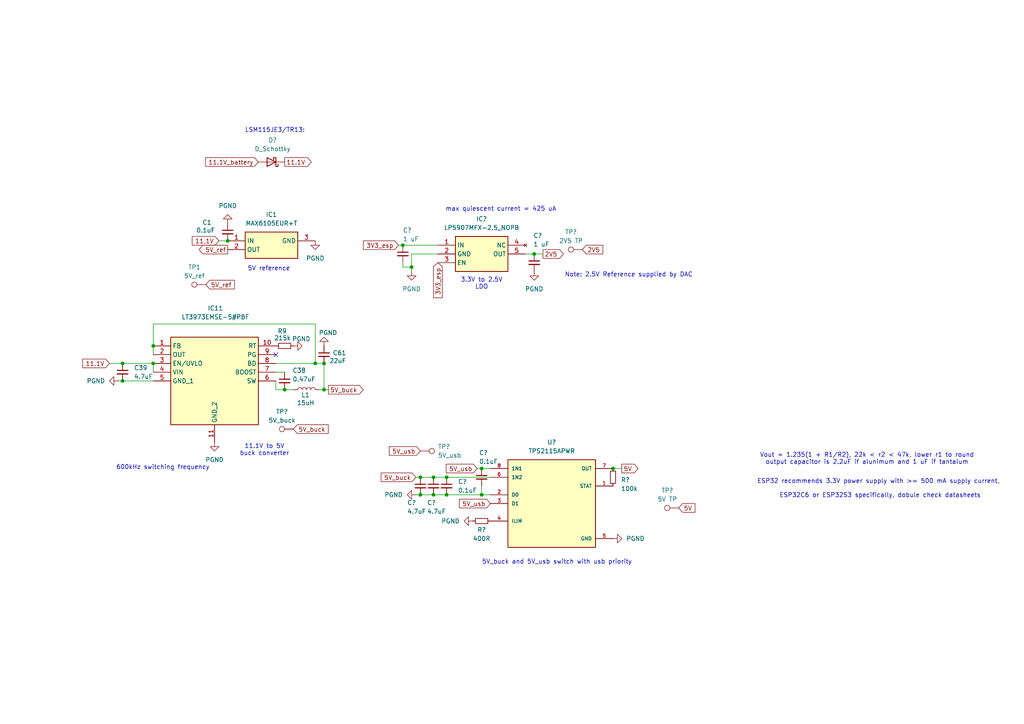
<source format=kicad_sch>
(kicad_sch (version 20250114) (generator "eeschema") (generator_version "9.0")
  (paper "A4")
  (lib_symbols
    (symbol "22XT_Main:LP5907MFX-2.5_NOPB"
      (property "Reference" "IC" (at 21.59 7.62 0))
      (property "Value" "LP5907MFX-2.5_NOPB" (at 21.59 5.08 0))
      (symbol "LP5907MFX-2.5_NOPB_1_1"
        (rectangle (start 5.08 2.54) (end 20.32 -7.62) (stroke (width 0.254)) (fill (type background)))
        (pin passive line (at 0 0 0) (length 5.08) (name "IN") (number "1"))
        (pin passive line (at 0 -2.54 0) (length 5.08) (name "GND") (number "2"))
        (pin passive line (at 0 -5.08 0) (length 5.08) (name "EN") (number "3"))
        (pin no_connect line (at 25.4 0 180) (length 5.08) (name "NC") (number "4"))
        (pin passive line (at 25.4 -2.54 180) (length 5.08) (name "OUT") (number "5"))
      )
    )
    (symbol "22XT_Main:MAX6105EUR+T"
      (property "Reference" "IC" (at 21.59 7.62 0))
      (property "Value" "MAX6105EUR+T" (at 21.59 5.08 0))
      (symbol "MAX6105EUR+T_1_1"
        (rectangle (start 5.08 2.54) (end 20.32 -5.08) (stroke (width 0.254)) (fill (type background)))
        (pin passive line (at 0 0 0) (length 5.08) (name "IN") (number "1"))
        (pin passive line (at 0 -2.54 0) (length 5.08) (name "OUT") (number "2"))
        (pin passive line (at 25.4 0 180) (length 5.08) (name "GND") (number "3"))
      )
    )
    (symbol "22XT_Main:TPS2115APWR" (pin_names (offset 1.016))
      (property "Reference" "U" (at -12.7 13.7 0))
      (property "Value" "TPS2115APWR" (at -12.7 -15.24 0))
      (symbol "TPS2115APWR_0_0"
        (rectangle (start -12.7 -12.7) (end 12.7 12.7) (stroke (width 0.254)) (fill (type background)))
        (pin input line (at -17.78 10.16 0) (length 5.08) (name "1N1") (number "8"))
        (pin input line (at -17.78 7.62 0) (length 5.08) (name "1N2") (number "6"))
        (pin input line (at -17.78 2.54 0) (length 5.08) (name "D0") (number "2"))
        (pin input line (at -17.78 0 0) (length 5.08) (name "D1") (number "3"))
        (pin passive line (at -17.78 -5.08 0) (length 5.08) (name "ILIM") (number "4"))
        (pin output line (at 17.78 10.16 180) (length 5.08) (name "OUT") (number "7"))
        (pin output line (at 17.78 5.08 180) (length 5.08) (name "STAT") (number "1"))
        (pin power_in line (at 17.78 -10.16 180) (length 5.08) (name "GND") (number "5"))
      )
    )
    (symbol "22XT_Main_v2:LT3973EMSE-5#PBF"
      (property "Reference" "IC" (at 31.75 7.62 0))
      (property "Value" "LT3973EMSE-5#PBF" (at 31.75 5.08 0))
      (symbol "LT3973EMSE-5#PBF_1_1"
        (rectangle (start 5.08 2.54) (end 30.48 -22.86) (stroke (width 0.254)) (fill (type background)))
        (pin passive line (at 0 0 0) (length 5.08) (name "FB") (number "1"))
        (pin passive line (at 0 -2.54 0) (length 5.08) (name "OUT") (number "2"))
        (pin passive line (at 0 -5.08 0) (length 5.08) (name "EN/UVLO") (number "3"))
        (pin passive line (at 0 -7.62 0) (length 5.08) (name "VIN") (number "4"))
        (pin passive line (at 0 -10.16 0) (length 5.08) (name "GND_1") (number "5"))
        (pin passive line (at 17.78 -27.94 90) (length 5.08) (name "GND_2") (number "11"))
        (pin passive line (at 35.56 0 180) (length 5.08) (name "RT") (number "10"))
        (pin passive line (at 35.56 -2.54 180) (length 5.08) (name "PG") (number "9"))
        (pin passive line (at 35.56 -5.08 180) (length 5.08) (name "BD") (number "8"))
        (pin passive line (at 35.56 -7.62 180) (length 5.08) (name "BOOST") (number "7"))
        (pin passive line (at 35.56 -10.16 180) (length 5.08) (name "SW") (number "6"))
      )
    )
    (symbol "Connector:TestPoint" (pin_numbers (hide yes)) (pin_names (offset 0.762) (hide yes))
      (property "Reference" "TP" (at 0 6.858 0))
      (property "Value" "TestPoint" (at 0 5.08 0))
      (symbol "TestPoint_0_1"
        (circle (center 0 3.302) (radius 0.762))
      )
      (symbol "TestPoint_1_1"
        (pin passive line (at 0 0 90) (length 2.54) (name "1") (number "1"))
      )
    )
    (symbol "Device:C_Small" (pin_numbers (hide yes)) (pin_names (offset 0.254) (hide yes))
      (property "Reference" "C" (at 0.254 1.778 0))
      (property "Value" "C_Small" (at 0.254 -2.032 0))
      (symbol "C_Small_0_1"
        (polyline (pts (xy -1.524 0.508) (xy 1.524 0.508)) (stroke (width 0.3048)))
        (polyline (pts (xy -1.524 -0.508) (xy 1.524 -0.508)) (stroke (width 0.3302)))
      )
      (symbol "C_Small_1_1"
        (pin passive line (at 0 2.54 270) (length 2.032) (name "~") (number "1"))
        (pin passive line (at 0 -2.54 90) (length 2.032) (name "~") (number "2"))
      )
    )
    (symbol "Device:D_Schottky" (pin_numbers (hide yes)) (pin_names (offset 1.016) (hide yes))
      (property "Reference" "D" (at 0 2.54 0))
      (property "Value" "D_Schottky" (at 0 -2.54 0))
      (symbol "D_Schottky_0_1"
        (polyline (pts (xy -1.905 0.635) (xy -1.905 1.27) (xy -1.27 1.27) (xy -1.27 -1.27) (xy -0.635 -1.27) (xy -0.635 -0.635)) (stroke (width 0.254)))
        (polyline (pts (xy 1.27 1.27) (xy 1.27 -1.27) (xy -1.27 0) (xy 1.27 1.27)) (stroke (width 0.254)))
        (polyline (pts (xy 1.27 0) (xy -1.27 0)))
      )
      (symbol "D_Schottky_1_1"
        (pin passive line (at -3.81 0 0) (length 2.54) (name "K") (number "1"))
        (pin passive line (at 3.81 0 180) (length 2.54) (name "A") (number "2"))
      )
    )
    (symbol "Device:L" (pin_numbers (hide yes)) (pin_names (offset 1.016) (hide yes))
      (property "Reference" "L" (at -1.27 0 90))
      (property "Value" "L" (at 1.905 0 90))
      (symbol "L_0_1"
        (arc (start 0 2.54) (mid 0.6323 1.905) (end 0 1.27))
        (arc (start 0 1.27) (mid 0.6323 0.635) (end 0 0))
        (arc (start 0 0) (mid 0.6323 -0.635) (end 0 -1.27))
        (arc (start 0 -1.27) (mid 0.6323 -1.905) (end 0 -2.54))
      )
      (symbol "L_1_1"
        (pin passive line (at 0 3.81 270) (length 1.27) (name "1") (number "1"))
        (pin passive line (at 0 -3.81 90) (length 1.27) (name "2") (number "2"))
      )
    )
    (symbol "Device:R_Small" (pin_numbers (hide yes)) (pin_names (offset 0.254) (hide yes))
      (property "Reference" "R" (at 0.762 0.508 0))
      (property "Value" "R_Small" (at 0.762 -1.016 0))
      (symbol "R_Small_0_1"
        (rectangle (start -0.762 1.778) (end 0.762 -1.778) (stroke (width 0.2032)))
      )
      (symbol "R_Small_1_1"
        (pin passive line (at 0 2.54 270) (length 0.762) (name "~") (number "1"))
        (pin passive line (at 0 -2.54 90) (length 0.762) (name "~") (number "2"))
      )
    )
    (symbol "power:GNDA" (power) (pin_numbers (hide yes)) (pin_names (offset 0) (hide yes))
      (property "Value" "GNDA" (at 0 -3.81 0))
      (symbol "GNDA_0_1"
        (polyline (pts (xy 0 0) (xy 0 -1.27) (xy 1.27 -1.27) (xy 0 -2.54) (xy -1.27 -1.27) (xy 0 -1.27)))
      )
      (symbol "GNDA_1_1"
        (pin power_in line (at 0 0 270) (length 0) (name "~") (number "1"))
      )
    )
  )
  (text "5V reference\n" (at 77.978 77.978 0) (effects (font (size 1.27 1.27))))
  (text "LSM115JE3/TR13:" (at 79.756 37.846 0) (effects (font (size 1.27 1.27))))
  (text "11.1V to 5V\nbuck converter" (at 76.708 130.556 0) (effects (font (size 1.27 1.27))))
  (text "5V_buck and 5V_usb switch with usb priority\n" (at 161.544 163.068 0) (effects (font (size 1.27 1.27))))
  (text "max quiescent current = 425 uA" (at 145.288 60.706 0) (effects (font (size 1.27 1.27))))
  (text "ESP32 recommends 3.3V power supply with >= 500 mA supply current, \n\nESP32C6 or ESP32S3 specifically, dobule check datasheets\n" (at 255.27 141.732 0) (effects (font (size 1.27 1.27))))
  (text "Vout = 1.235(1 + R1/R2), 22k < r2 < 47k, lower r1 to round\noutput capacitor is 2.2uF if alunimum and 1 uF if tantalum" (at 251.46 133.096 0) (effects (font (size 1.27 1.27))))
  (text "3.3V to 2.5V\nLDO" (at 139.7 82.296 0) (effects (font (size 1.27 1.27))))
  (text "Note: 2.5V Reference supplied by DAC" (at 182.372 79.756 0) (effects (font (size 1.27 1.27))))
  (text "600kHz switching frequency\n" (at 47.244 135.636 0) (effects (font (size 1.27 1.27))))
  (junction (at 129.54 138.43))
  (junction (at 177.8 135.89))
  (junction (at 121.92 138.43))
  (junction (at 139.7 143.51))
  (junction (at 44.45 105.41))
  (junction (at 66.04 69.85))
  (junction (at 35.56 110.49))
  (junction (at 154.94 73.66))
  (junction (at 119.38 77.47))
  (junction (at 125.73 138.43))
  (junction (at 93.98 105.41))
  (junction (at 44.45 100.33))
  (junction (at 116.84 71.12))
  (junction (at 82.55 113.03))
  (junction (at 125.73 143.51))
  (junction (at 93.98 113.03))
  (junction (at 129.54 143.51))
  (junction (at 35.56 105.41))
  (junction (at 91.44 105.41))
  (junction (at 121.92 143.51))
  (junction (at 139.7 135.89))
  (no_connect (at 80.01 102.87))
  (wire (pts (xy 125.73 143.51) (xy 129.54 143.51)))
  (wire (pts (xy 180.34 135.89) (xy 177.8 135.89)))
  (wire (pts (xy 35.56 105.41) (xy 44.45 105.41)))
  (wire (pts (xy 116.84 77.47) (xy 116.84 76.2)))
  (wire (pts (xy 139.7 143.51) (xy 142.24 143.51)))
  (wire (pts (xy 129.54 143.51) (xy 139.7 143.51)))
  (wire (pts (xy 157.48 73.66) (xy 154.94 73.66)))
  (wire (pts (xy 119.38 78.74) (xy 119.38 77.47)))
  (wire (pts (xy 44.45 100.33) (xy 44.45 102.87)))
  (wire (pts (xy 119.38 77.47) (xy 116.84 77.47)))
  (wire (pts (xy 34.29 110.49) (xy 35.56 110.49)))
  (wire (pts (xy 80.01 110.49) (xy 80.01 113.03)))
  (wire (pts (xy 154.94 73.66) (xy 152.4 73.66)))
  (wire (pts (xy 80.01 107.95) (xy 82.55 107.95)))
  (wire (pts (xy 138.43 135.89) (xy 139.7 135.89)))
  (wire (pts (xy 63.5 69.85) (xy 66.04 69.85)))
  (wire (pts (xy 119.38 73.66) (xy 127 73.66)))
  (wire (pts (xy 120.65 143.51) (xy 121.92 143.51)))
  (wire (pts (xy 125.73 138.43) (xy 129.54 138.43)))
  (wire (pts (xy 139.7 135.89) (xy 142.24 135.89)))
  (wire (pts (xy 116.84 71.12) (xy 127 71.12)))
  (wire (pts (xy 91.44 93.98) (xy 91.44 105.41)))
  (wire (pts (xy 44.45 105.41) (xy 44.45 107.95)))
  (wire (pts (xy 82.55 113.03) (xy 80.01 113.03)))
  (wire (pts (xy 92.71 113.03) (xy 93.98 113.03)))
  (wire (pts (xy 121.92 143.51) (xy 125.73 143.51)))
  (wire (pts (xy 120.65 138.43) (xy 121.92 138.43)))
  (wire (pts (xy 115.57 71.12) (xy 116.84 71.12)))
  (wire (pts (xy 80.01 105.41) (xy 91.44 105.41)))
  (wire (pts (xy 35.56 110.49) (xy 44.45 110.49)))
  (wire (pts (xy 129.54 138.43) (xy 142.24 138.43)))
  (wire (pts (xy 44.45 93.98) (xy 91.44 93.98)))
  (wire (pts (xy 139.7 140.97) (xy 139.7 143.51)))
  (wire (pts (xy 93.98 105.41) (xy 93.98 113.03)))
  (wire (pts (xy 121.92 138.43) (xy 125.73 138.43)))
  (wire (pts (xy 82.55 113.03) (xy 85.09 113.03)))
  (wire (pts (xy 91.44 105.41) (xy 93.98 105.41)))
  (wire (pts (xy 31.75 105.41) (xy 35.56 105.41)))
  (wire (pts (xy 119.38 77.47) (xy 119.38 73.66)))
  (wire (pts (xy 44.45 100.33) (xy 44.45 93.98)))
  (wire (pts (xy 93.98 113.03) (xy 95.25 113.03)))
  (global_label "5V_ref" (shape input) (at 59.69 82.55 0) (property "Intersheetrefs" "${INTERSHEET_REFS}" (effects (hide yes))))
  (global_label "3V3_esp" (shape input) (at 115.57 71.12 180) (property "Intersheetrefs" "${INTERSHEET_REFS}" (effects (hide yes))))
  (global_label "5V_ref" (shape output) (at 66.04 72.39 180) (property "Intersheetrefs" "${INTERSHEET_REFS}" (effects (hide yes))))
  (global_label "3V3_esp" (shape input) (at 127 76.2 270) (property "Intersheetrefs" "${INTERSHEET_REFS}" (effects (hide yes))))
  (global_label "11.1V" (shape input) (at 31.75 105.41 180) (property "Intersheetrefs" "${INTERSHEET_REFS}" (effects (hide yes))))
  (global_label "5V_buck" (shape output) (at 95.25 113.03 0) (property "Intersheetrefs" "${INTERSHEET_REFS}" (effects (hide yes))))
  (global_label "5V" (shape output) (at 180.34 135.89 0) (property "Intersheetrefs" "${INTERSHEET_REFS}" (effects (hide yes))))
  (global_label "5V_usb" (shape input) (at 142.24 146.05 180) (property "Intersheetrefs" "${INTERSHEET_REFS}" (effects (hide yes))))
  (global_label "5V_usb" (shape input) (at 121.92 130.81 180) (property "Intersheetrefs" "${INTERSHEET_REFS}" (effects (hide yes))))
  (global_label "5V_usb" (shape input) (at 138.43 135.89 180) (property "Intersheetrefs" "${INTERSHEET_REFS}" (effects (hide yes))))
  (global_label "5V_buck" (shape input) (at 120.65 138.43 180) (property "Intersheetrefs" "${INTERSHEET_REFS}" (effects (hide yes))))
  (global_label "5V" (shape input) (at 196.85 147.32 0) (property "Intersheetrefs" "${INTERSHEET_REFS}" (effects (hide yes))))
  (global_label "11.1V" (shape output) (at 82.55 46.99 0) (property "Intersheetrefs" "${INTERSHEET_REFS}" (effects (hide yes))))
  (global_label "11.1V" (shape input) (at 63.5 69.85 180) (property "Intersheetrefs" "${INTERSHEET_REFS}" (effects (hide yes))))
  (global_label "2V5" (shape output) (at 157.48 73.66 0) (property "Intersheetrefs" "${INTERSHEET_REFS}" (effects (hide yes))))
  (global_label "5V_buck" (shape input) (at 85.09 124.46 0) (property "Intersheetrefs" "${INTERSHEET_REFS}" (effects (hide yes))))
  (global_label "2V5" (shape input) (at 168.91 72.39 0) (property "Intersheetrefs" "${INTERSHEET_REFS}" (effects (hide yes))))
  (global_label "11.1V_battery" (shape input) (at 74.93 46.99 180) (property "Intersheetrefs" "${INTERSHEET_REFS}" (effects (hide yes))))
  (symbol (lib_id "Device:C_Small") (at 35.56 107.95 0) (unit 1)
    (property "Reference" "C39" (at 38.862 106.68 0) (effects (justify left)))
    (property "Value" "4.7uF" (at 38.862 109.22 0) (effects (justify left)))
    (property "Footprint" "Capacitor_SMD:C_0402_1005Metric" (effects (hide yes)))
    (property "Description" "Unpolarized capacitor, small symbol" (effects (hide yes)))
  )
  (symbol (lib_id "Device:D_Schottky") (at 78.74 46.99 180) (unit 1)
    (property "Reference" "D?" (at 79.0575 40.64 0))
    (property "Value" "D_Schottky" (at 79.0575 43.18 0))
    (property "Footprint" "22XT_Main:DO-214BA_MCH" (effects (hide yes)))
    (property "Description" "Schottky diode" (effects (hide yes)))
  )
  (symbol (lib_id "power:GNDA") (at 119.38 78.74 0) (unit 1)
    (property "Reference" "#PWR?" (effects (hide yes)))
    (property "Value" "PGND" (at 119.38 83.82 0))
    (property "Description" "Power symbol creates a global label with name \"GNDA\" , analog ground" (effects (hide yes)))
  )
  (symbol (lib_id "power:GNDA") (at 177.8 156.21 90) (unit 1)
    (property "Reference" "#PWR?" (effects (hide yes)))
    (property "Value" "PGND" (at 181.61 156.2099 90) (effects (justify right)))
    (property "Description" "Power symbol creates a global label with name \"GNDA\" , analog ground" (effects (hide yes)))
  )
  (symbol (lib_id "Connector:TestPoint") (at 121.92 130.81 270) (unit 1)
    (property "Reference" "TP?" (at 127 129.5399 90) (effects (justify left)))
    (property "Value" "5V_usb" (at 127 132.0799 90) (effects (justify left)))
    (property "Footprint" "TestPoint:TestPoint_Pad_1.0x1.0mm" (effects (hide yes)))
    (property "Description" "test point" (effects (hide yes)))
  )
  (symbol (lib_id "power:GNDA") (at 66.04 64.77 180) (unit 1)
    (property "Reference" "#PWR01" (effects (hide yes)))
    (property "Value" "PGND" (at 66.04 59.69 0))
    (property "Description" "Power symbol creates a global label with name \"GNDA\" , analog ground" (effects (hide yes)))
  )
  (symbol (lib_id "power:GNDA") (at 85.09 100.33 90) (unit 1)
    (property "Reference" "#PWR056" (effects (hide yes)))
    (property "Value" "PGND" (at 87.376 98.298 90))
    (property "Description" "Power symbol creates a global label with name \"GNDA\" , analog ground" (effects (hide yes)))
  )
  (symbol (lib_id "22XT_Main:LP5907MFX-2.5_NOPB") (at 127 71.12 0) (unit 1)
    (property "Reference" "IC?" (at 139.7 63.5 0))
    (property "Value" "LP5907MFX-2.5_NOPB" (at 139.7 66.04 0))
    (property "Footprint" "Package_TO_SOT_SMD:SOT-23-5" (effects (hide yes)))
    (property "Datasheet" "http://www.ti.com/lit/ds/symlink/lp5907.pdf" (effects (hide yes)))
    (property "Description" "250-mA ultra-low-noise low-IQ low-dropout (LDO) linear regulator" (effects (hide yes)))
    (property "Height" "1.45" (effects (hide yes)))
    (property "Mouser Part Number" "595-LP5907MFX2.5NOPB" (effects (hide yes)))
    (property "Mouser Price/Stock" "https://www.mouser.co.uk/ProductDetail/Texas-Instruments/LP5907MFX-2.5-NOPB?qs=Lb6%252B0IsOw48doB%252BHU%252BzWVg%3D%3D" (effects (hide yes)))
    (property "Manufacturer_Name" "Texas Instruments" (effects (hide yes)))
    (property "Manufacturer_Part_Number" "LP5907MFX-2.5/NOPB" (effects (hide yes)))
  )
  (symbol (lib_id "Connector:TestPoint") (at 59.69 82.55 90) (unit 1)
    (property "Reference" "TP1" (at 56.388 77.47 90))
    (property "Value" "5V_ref" (at 56.388 80.01 90))
    (property "Footprint" "TestPoint:TestPoint_Pad_1.0x1.0mm" (effects (hide yes)))
    (property "Description" "test point" (effects (hide yes)))
  )
  (symbol (lib_id "Device:L") (at 88.9 113.03 90) (unit 1)
    (property "Reference" "L1" (at 87.376 114.554 90) (effects (justify right)))
    (property "Value" "15uH" (at 86.106 116.84 90) (effects (justify right)))
    (property "Footprint" "22XT_Main:NRS4012T150MDGJ" (effects (hide yes)))
    (property "Description" "Inductor" (effects (hide yes)))
  )
  (symbol (lib_id "Device:C_Small") (at 129.54 140.97 0) (unit 1)
    (property "Reference" "C?" (at 132.842 139.7 0) (effects (justify left)))
    (property "Value" "0.1uF" (at 132.842 142.24 0) (effects (justify left)))
    (property "Footprint" "Capacitor_SMD:C_0402_1005Metric" (effects (hide yes)))
    (property "Description" "Unpolarized capacitor, small symbol" (effects (hide yes)))
  )
  (symbol (lib_id "Device:R_Small") (at 82.55 100.33 270) (unit 1)
    (property "Reference" "R9" (at 80.518 96.012 90) (effects (justify left)))
    (property "Value" "215k" (at 79.502 98.044 90) (effects (justify left)))
    (property "Footprint" "Resistor_SMD:R_0402_1005Metric" (effects (hide yes)))
    (property "Description" "Resistor, small symbol" (effects (hide yes)))
  )
  (symbol (lib_id "power:GNDA") (at 91.44 69.85 0) (unit 1)
    (property "Reference" "#PWR02" (effects (hide yes)))
    (property "Value" "PGND" (at 91.44 74.93 0))
    (property "Description" "Power symbol creates a global label with name \"GNDA\" , analog ground" (effects (hide yes)))
  )
  (symbol (lib_id "Device:C_Small") (at 121.92 140.97 0) (unit 1)
    (property "Reference" "C?" (at 118.11 145.796 0) (effects (justify left)))
    (property "Value" "4.7uF" (at 118.11 148.336 0) (effects (justify left)))
    (property "Footprint" "Capacitor_SMD:C_0402_1005Metric" (effects (hide yes)))
    (property "Description" "Unpolarized capacitor, small symbol" (effects (hide yes)))
  )
  (symbol (lib_id "Device:R_Small") (at 177.8 138.43 0) (unit 1)
    (property "Reference" "R?" (at 180.086 139.192 0) (effects (justify left)))
    (property "Value" "100k" (at 180.086 141.732 0) (effects (justify left)))
    (property "Footprint" "Resistor_SMD:R_0402_1005Metric" (effects (hide yes)))
    (property "Description" "Resistor, small symbol" (effects (hide yes)))
  )
  (symbol (lib_id "Device:C_Small") (at 116.84 73.66 0) (unit 1)
    (property "Reference" "C?" (at 116.84 66.802 0) (effects (justify left)))
    (property "Value" "1 uF" (at 116.84 69.342 0) (effects (justify left)))
    (property "Footprint" "Capacitor_SMD:C_0402_1005Metric" (effects (hide yes)))
    (property "Description" "Unpolarized capacitor, small symbol" (effects (hide yes)))
  )
  (symbol (lib_id "Device:C_Small") (at 93.98 102.87 0) (unit 1)
    (property "Reference" "C61" (at 96.52 102.362 0) (effects (justify left)))
    (property "Value" "22uF" (at 95.504 104.648 0) (effects (justify left)))
    (property "Footprint" "Capacitor_SMD:C_0603_1608Metric" (effects (hide yes)))
    (property "Description" "Unpolarized capacitor, small symbol" (effects (hide yes)))
  )
  (symbol (lib_id "power:GNDA") (at 93.98 100.33 180) (unit 1)
    (property "Reference" "#PWR074" (effects (hide yes)))
    (property "Value" "PGND" (at 92.456 96.52 0) (effects (justify right)))
    (property "Description" "Power symbol creates a global label with name \"GNDA\" , analog ground" (effects (hide yes)))
  )
  (symbol (lib_id "22XT_Main_v2:LT3973EMSE-5#PBF") (at 44.45 100.33 0) (unit 1)
    (property "Reference" "IC11" (at 62.484 89.408 0))
    (property "Value" "LT3973EMSE-5#PBF" (at 62.484 91.948 0))
    (property "Footprint" "SOP50P490X110-11N" (effects (hide yes)))
    (property "Datasheet" "https://componentsearchengine.com/Datasheets/1/LT3973EMSE-5#PBF.pdf" (effects (hide yes)))
    (property "Description" "LINEAR TECHNOLOGY - LT3973EMSE-5#PBF - Buck (Step Down) Switching Regulator, Fixed, 4.2V-42V In, 5V And 750mA Out, MSOP-10" (effects (hide yes)))
    (property "Height" "1.1" (effects (hide yes)))
    (property "Mouser Part Number" "584-LT3973EMSE-5#PBF" (effects (hide yes)))
    (property "Mouser Price/Stock" "https://www.mouser.com/Search/Refine.aspx?Keyword=584-LT3973EMSE-5%23PBF" (effects (hide yes)))
    (property "Manufacturer_Name" "Analog Devices" (effects (hide yes)))
    (property "Manufacturer_Part_Number" "LT3973EMSE-5#PBF" (effects (hide yes)))
  )
  (symbol (lib_id "Connector:TestPoint") (at 85.09 124.46 90) (unit 1)
    (property "Reference" "TP?" (at 81.788 119.38 90))
    (property "Value" "5V_buck" (at 81.788 121.92 90))
    (property "Footprint" "TestPoint:TestPoint_Pad_1.0x1.0mm" (effects (hide yes)))
    (property "Description" "test point" (effects (hide yes)))
  )
  (symbol (lib_id "Device:C_Small") (at 139.7 138.43 0) (unit 1)
    (property "Reference" "C?" (at 138.938 131.318 0) (effects (justify left)))
    (property "Value" "0.1uF" (at 138.938 133.858 0) (effects (justify left)))
    (property "Footprint" "Capacitor_SMD:C_0402_1005Metric" (effects (hide yes)))
    (property "Description" "Unpolarized capacitor, small symbol" (effects (hide yes)))
  )
  (symbol (lib_id "Device:C_Small") (at 125.73 140.97 0) (unit 1)
    (property "Reference" "C?" (at 123.8689 145.796 0) (effects (justify left)))
    (property "Value" "4.7uF" (at 123.8689 148.336 0) (effects (justify left)))
    (property "Footprint" "Capacitor_SMD:C_0402_1005Metric" (effects (hide yes)))
    (property "Description" "Unpolarized capacitor, small symbol" (effects (hide yes)))
  )
  (symbol (lib_id "power:GNDA") (at 62.23 128.27 0) (unit 1)
    (property "Reference" "#PWR07" (effects (hide yes)))
    (property "Value" "PGND" (at 62.23 133.35 0))
    (property "Description" "Power symbol creates a global label with name \"GNDA\" , analog ground" (effects (hide yes)))
  )
  (symbol (lib_id "22XT_Main:TPS2115APWR") (at 160.02 146.05 0) (unit 1)
    (property "Reference" "U?" (at 160.02 128.27 0))
    (property "Value" "TPS2115APWR" (at 160.02 130.81 0))
    (property "Footprint" "22XT_Main:SOP65P640X120-8N" (effects (hide yes)))
    (property "PARTREV" "F" (effects (hide yes)))
    (property "MANUFACTURER" "Texas Instruments" (effects (hide yes)))
    (property "MAXIMUM_PACKAGE_HEIGHT" "1.2 mm" (effects (hide yes)))
    (property "STANDARD" "IPC 7351B" (effects (hide yes)))
  )
  (symbol (lib_id "Connector:TestPoint") (at 196.85 147.32 90) (unit 1)
    (property "Reference" "TP?" (at 193.548 142.24 90))
    (property "Value" "5V TP" (at 193.548 144.78 90))
    (property "Footprint" "TestPoint:TestPoint_Pad_1.0x1.0mm" (effects (hide yes)))
    (property "Description" "test point" (effects (hide yes)))
  )
  (symbol (lib_id "power:GNDA") (at 137.16 151.13 270) (unit 1)
    (property "Reference" "#PWR?" (effects (hide yes)))
    (property "Value" "PGND" (at 133.35 151.1299 90) (effects (justify right)))
    (property "Description" "Power symbol creates a global label with name \"GNDA\" , analog ground" (effects (hide yes)))
  )
  (symbol (lib_id "power:GNDA") (at 120.65 143.51 270) (unit 1)
    (property "Reference" "#PWR?" (effects (hide yes)))
    (property "Value" "PGND" (at 116.84 143.5099 90) (effects (justify right)))
    (property "Description" "Power symbol creates a global label with name \"GNDA\" , analog ground" (effects (hide yes)))
  )
  (symbol (lib_id "Device:C_Small") (at 154.94 76.2 0) (unit 1)
    (property "Reference" "C?" (at 154.686 68.326 0) (effects (justify left)))
    (property "Value" "1 uF" (at 154.686 70.866 0) (effects (justify left)))
    (property "Footprint" "Capacitor_SMD:C_0402_1005Metric" (effects (hide yes)))
    (property "Description" "Unpolarized capacitor, small symbol" (effects (hide yes)))
  )
  (symbol (lib_id "Connector:TestPoint") (at 168.91 72.39 90) (unit 1)
    (property "Reference" "TP?" (at 165.608 67.31 90))
    (property "Value" "2V5 TP" (at 165.608 69.85 90))
    (property "Footprint" "TestPoint:TestPoint_Pad_1.0x1.0mm" (effects (hide yes)))
    (property "Description" "test point" (effects (hide yes)))
  )
  (symbol (lib_id "power:GNDA") (at 34.29 110.49 270) (unit 1)
    (property "Reference" "#PWR031" (effects (hide yes)))
    (property "Value" "PGND" (at 30.48 110.4899 90) (effects (justify right)))
    (property "Description" "Power symbol creates a global label with name \"GNDA\" , analog ground" (effects (hide yes)))
  )
  (symbol (lib_id "22XT_Main:MAX6105EUR+T") (at 66.04 69.85 0) (unit 1)
    (property "Reference" "IC1" (at 78.74 62.23 0))
    (property "Value" "MAX6105EUR+T" (at 78.74 64.77 0))
    (property "Footprint" "Package_TO_SOT_SMD:SOT-23-3" (effects (hide yes)))
    (property "Datasheet" "https://pdfserv.maximintegrated.com/en/ds/MAX6100-MAX6107.pdf" (effects (hide yes)))
    (property "Description" "Maxim MAX6105EUR+T, Fixed Series Voltage Reference 5V, +/-0.4 % 3-Pin, SOT-23" (effects (hide yes)))
    (property "Height" "1.194" (effects (hide yes)))
    (property "Mouser Part Number" "700-MAX6105EURT" (effects (hide yes)))
    (property "Mouser Price/Stock" "https://www.mouser.co.uk/ProductDetail/Analog-Devices-Maxim-Integrated/MAX6105EUR%2bT?qs=9Cj2FLRihcMZJTQ6uQcy7g%3D%3D" (effects (hide yes)))
    (property "Manufacturer_Name" "Analog Devices" (effects (hide yes)))
    (property "Manufacturer_Part_Number" "MAX6105EUR+T" (effects (hide yes)))
  )
  (symbol (lib_id "Device:R_Small") (at 139.7 151.13 270) (unit 1)
    (property "Reference" "R?" (at 139.7 153.67 90))
    (property "Value" "400R" (at 139.7 156.21 90))
    (property "Footprint" "Resistor_SMD:R_0402_1005Metric" (effects (hide yes)))
    (property "Description" "Resistor, small symbol" (effects (hide yes)))
  )
  (symbol (lib_id "Device:C_Small") (at 66.04 67.31 0) (unit 1)
    (property "Reference" "C1" (at 58.674 64.516 0) (effects (justify left)))
    (property "Value" "0.1uF" (at 56.896 66.802 0) (effects (justify left)))
    (property "Footprint" "Capacitor_SMD:C_0402_1005Metric" (effects (hide yes)))
    (property "Description" "Unpolarized capacitor, small symbol" (effects (hide yes)))
  )
  (symbol (lib_id "Device:C_Small") (at 82.55 110.49 0) (unit 1)
    (property "Reference" "C38" (at 84.836 107.442 0) (effects (justify left)))
    (property "Value" "0.47uF" (at 84.836 109.982 0) (effects (justify left)))
    (property "Footprint" "Capacitor_SMD:C_0402_1005Metric" (effects (hide yes)))
    (property "Description" "Unpolarized capacitor, small symbol" (effects (hide yes)))
  )
  (symbol (lib_id "power:GNDA") (at 154.94 78.74 0) (unit 1)
    (property "Reference" "#PWR?" (effects (hide yes)))
    (property "Value" "PGND" (at 154.94 83.82 0))
    (property "Description" "Power symbol creates a global label with name \"GNDA\" , analog ground" (effects (hide yes)))
  )
)
</source>
